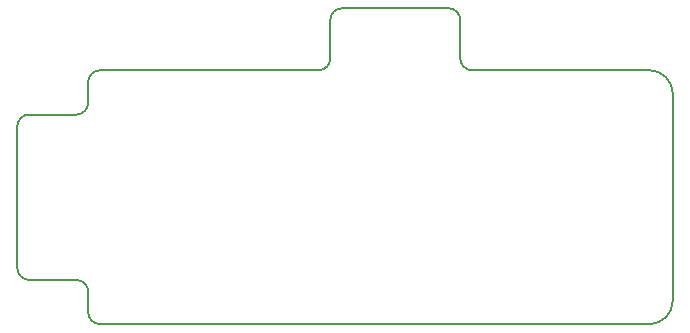
<source format=gbr>
G04 #@! TF.GenerationSoftware,KiCad,Pcbnew,5.0.1-33cea8e~66~ubuntu18.04.1*
G04 #@! TF.CreationDate,2019-09-26T22:02:42+09:00*
G04 #@! TF.ProjectId,minidenko,6D696E6964656E6B6F2E6B696361645F,rev?*
G04 #@! TF.SameCoordinates,Original*
G04 #@! TF.FileFunction,Profile,NP*
%FSLAX46Y46*%
G04 Gerber Fmt 4.6, Leading zero omitted, Abs format (unit mm)*
G04 Created by KiCad (PCBNEW 5.0.1-33cea8e~66~ubuntu18.04.1) date 2019年09月26日 22時02分42秒*
%MOMM*%
%LPD*%
G01*
G04 APERTURE LIST*
%ADD10C,0.150000*%
G04 APERTURE END LIST*
D10*
X88500000Y-30000000D02*
G75*
G02X87500000Y-29000000I0J1000000D01*
G01*
X86500000Y-24750000D02*
G75*
G02X87500000Y-25750000I0J-1000000D01*
G01*
X76500000Y-25750000D02*
G75*
G02X77500000Y-24750000I1000000J0D01*
G01*
X76500000Y-29000000D02*
G75*
G02X75500000Y-30000000I-1000000J0D01*
G01*
X103500000Y-30000000D02*
X88500000Y-30000000D01*
X87500000Y-25750000D02*
X87500000Y-29000000D01*
X77500000Y-24750000D02*
X86500000Y-24750000D01*
X76500000Y-29000000D02*
X76500000Y-25750000D01*
X51000000Y-47750000D02*
X55000000Y-47750000D01*
X50000000Y-46750000D02*
G75*
G03X51000000Y-47750000I1000000J0D01*
G01*
X56000000Y-48750000D02*
G75*
G03X55000000Y-47750000I-1000000J0D01*
G01*
X56000000Y-50500000D02*
G75*
G03X57000000Y-51500000I1000000J0D01*
G01*
X56000000Y-48750000D02*
X56000000Y-50500000D01*
X56000000Y-31000000D02*
G75*
G02X57000000Y-30000000I1000000J0D01*
G01*
X56000000Y-32750000D02*
G75*
G02X55000000Y-33750000I-1000000J0D01*
G01*
X50000000Y-34750000D02*
G75*
G02X51000000Y-33750000I1000000J0D01*
G01*
X56000000Y-32750000D02*
X56000000Y-31000000D01*
X51000000Y-33750000D02*
X55000000Y-33750000D01*
X103500000Y-30000000D02*
G75*
G02X105500000Y-32000000I0J-2000000D01*
G01*
X105500000Y-49500000D02*
G75*
G02X103500000Y-51500000I-2000000J0D01*
G01*
X75500000Y-30000000D02*
X57000000Y-30000000D01*
X105500000Y-49500000D02*
X105500000Y-32000000D01*
X57000000Y-51500000D02*
X103500000Y-51500000D01*
X50000000Y-34750000D02*
X50000000Y-46750000D01*
M02*

</source>
